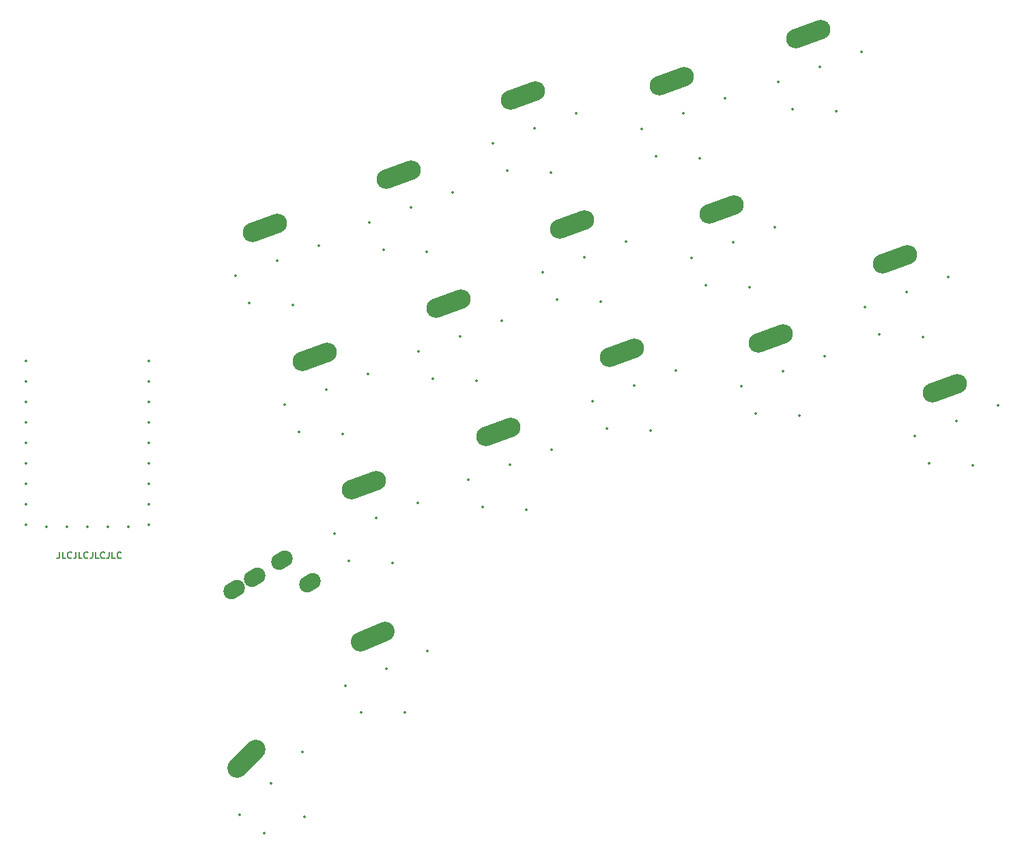
<source format=gto>
%TF.GenerationSoftware,KiCad,Pcbnew,(6.0.11)*%
%TF.CreationDate,2024-04-13T23:15:29+09:00*%
%TF.ProjectId,haqua34_right-bottom-plate,68617175-6133-4345-9f72-696768742d62,rev?*%
%TF.SameCoordinates,Original*%
%TF.FileFunction,Legend,Top*%
%TF.FilePolarity,Positive*%
%FSLAX46Y46*%
G04 Gerber Fmt 4.6, Leading zero omitted, Abs format (unit mm)*
G04 Created by KiCad (PCBNEW (6.0.11)) date 2024-04-13 23:15:29*
%MOMM*%
%LPD*%
G01*
G04 APERTURE LIST*
G04 Aperture macros list*
%AMHorizOval*
0 Thick line with rounded ends*
0 $1 width*
0 $2 $3 position (X,Y) of the first rounded end (center of the circle)*
0 $4 $5 position (X,Y) of the second rounded end (center of the circle)*
0 Add line between two ends*
20,1,$1,$2,$3,$4,$5,0*
0 Add two circle primitives to create the rounded ends*
1,1,$1,$2,$3*
1,1,$1,$4,$5*%
G04 Aperture macros list end*
%ADD10C,0.200000*%
%ADD11C,0.350000*%
%ADD12HorizOval,2.399999X-1.550493X-0.564333X1.550493X0.564333X0*%
%ADD13HorizOval,1.999999X0.341056X0.208999X-0.341056X-0.208999X0*%
%ADD14HorizOval,2.399999X-1.166726X-1.166726X1.166726X1.166726X0*%
%ADD15HorizOval,2.399999X-1.518833X-0.644706X1.518833X0.644706X0*%
G04 APERTURE END LIST*
D10*
X33454761Y-91861904D02*
X33454761Y-92433333D01*
X33416666Y-92547619D01*
X33340476Y-92623809D01*
X33226190Y-92661904D01*
X33149999Y-92661904D01*
X34216666Y-92661904D02*
X33835714Y-92661904D01*
X33835714Y-91861904D01*
X34940476Y-92585714D02*
X34902380Y-92623809D01*
X34788095Y-92661904D01*
X34711904Y-92661904D01*
X34597619Y-92623809D01*
X34521428Y-92547619D01*
X34483333Y-92471428D01*
X34445238Y-92319047D01*
X34445238Y-92204761D01*
X34483333Y-92052380D01*
X34521428Y-91976190D01*
X34597619Y-91900000D01*
X34711904Y-91861904D01*
X34788095Y-91861904D01*
X34902380Y-91900000D01*
X34940476Y-91938095D01*
X35511904Y-91861904D02*
X35511904Y-92433333D01*
X35473809Y-92547619D01*
X35397619Y-92623809D01*
X35283333Y-92661904D01*
X35207142Y-92661904D01*
X36273809Y-92661904D02*
X35892857Y-92661904D01*
X35892857Y-91861904D01*
X36997619Y-92585714D02*
X36959523Y-92623809D01*
X36845238Y-92661904D01*
X36769047Y-92661904D01*
X36654761Y-92623809D01*
X36578571Y-92547619D01*
X36540476Y-92471428D01*
X36502380Y-92319047D01*
X36502380Y-92204761D01*
X36540476Y-92052380D01*
X36578571Y-91976190D01*
X36654761Y-91900000D01*
X36769047Y-91861904D01*
X36845238Y-91861904D01*
X36959523Y-91900000D01*
X36997619Y-91938095D01*
X37569047Y-91861904D02*
X37569047Y-92433333D01*
X37530952Y-92547619D01*
X37454761Y-92623809D01*
X37340476Y-92661904D01*
X37264285Y-92661904D01*
X38330952Y-92661904D02*
X37950000Y-92661904D01*
X37950000Y-91861904D01*
X39054761Y-92585714D02*
X39016666Y-92623809D01*
X38902380Y-92661904D01*
X38826190Y-92661904D01*
X38711904Y-92623809D01*
X38635714Y-92547619D01*
X38597619Y-92471428D01*
X38559523Y-92319047D01*
X38559523Y-92204761D01*
X38597619Y-92052380D01*
X38635714Y-91976190D01*
X38711904Y-91900000D01*
X38826190Y-91861904D01*
X38902380Y-91861904D01*
X39016666Y-91900000D01*
X39054761Y-91938095D01*
X39626190Y-91861904D02*
X39626190Y-92433333D01*
X39588095Y-92547619D01*
X39511904Y-92623809D01*
X39397619Y-92661904D01*
X39321428Y-92661904D01*
X40388095Y-92661904D02*
X40007142Y-92661904D01*
X40007142Y-91861904D01*
X41111904Y-92585714D02*
X41073809Y-92623809D01*
X40959523Y-92661904D01*
X40883333Y-92661904D01*
X40769047Y-92623809D01*
X40692857Y-92547619D01*
X40654761Y-92471428D01*
X40616666Y-92319047D01*
X40616666Y-92204761D01*
X40654761Y-92052380D01*
X40692857Y-91976190D01*
X40769047Y-91900000D01*
X40883333Y-91861904D01*
X40959523Y-91861904D01*
X41073809Y-91900000D01*
X41111904Y-91938095D01*
D11*
X105683534Y-39363704D03*
D12*
X109375000Y-33425000D03*
D11*
X107453056Y-42763526D03*
X116020152Y-35601482D03*
X112869762Y-43026779D03*
X110851843Y-37482593D03*
X139556691Y-77481111D03*
X144725000Y-75600000D03*
D12*
X143248157Y-71542407D03*
D11*
X146742919Y-81144186D03*
X149893309Y-73718889D03*
X141326213Y-80880933D03*
D13*
X57651945Y-94983953D03*
X55094025Y-96551448D03*
X64535960Y-95691299D03*
X61062506Y-92893958D03*
D11*
X94417919Y-44844186D03*
X87231691Y-41181111D03*
X92400000Y-39300000D03*
X97568309Y-37418889D03*
D12*
X90923157Y-35242407D03*
D11*
X89001213Y-44580933D03*
X63567374Y-116664200D03*
D14*
X56625000Y-117500000D03*
D11*
X63850217Y-124725217D03*
X58829759Y-126775827D03*
X59678287Y-120553287D03*
X55789200Y-124442374D03*
D12*
X97075000Y-51225000D03*
D11*
X103720152Y-53401482D03*
X100569762Y-60826779D03*
X95153056Y-60563526D03*
X98551843Y-55282593D03*
X93383534Y-57163704D03*
D12*
X137050000Y-55575000D03*
D11*
X143695152Y-57751482D03*
X135128056Y-64913526D03*
X138526843Y-59632593D03*
X140544762Y-65176779D03*
X133358534Y-61513704D03*
X127776843Y-31682593D03*
X124378056Y-36963526D03*
X122608534Y-33563704D03*
D12*
X126300000Y-27625000D03*
D11*
X129794762Y-37226779D03*
X132945152Y-29801482D03*
X111856691Y-55356111D03*
D12*
X115548157Y-49417407D03*
D11*
X122193309Y-51593889D03*
X117025000Y-53475000D03*
X119042919Y-59019186D03*
X113626213Y-58755933D03*
X83176843Y-65107593D03*
X78008534Y-66988704D03*
X79778056Y-70388526D03*
X88345152Y-63226482D03*
X85194762Y-70651779D03*
D12*
X81700000Y-61050000D03*
D11*
X94520152Y-79176482D03*
X91369762Y-86601779D03*
X85953056Y-86338526D03*
X84183534Y-82938704D03*
X89351843Y-81057593D03*
D12*
X87875000Y-77000000D03*
D11*
X99558534Y-73138704D03*
X101328056Y-76538526D03*
D12*
X103250000Y-67200000D03*
D11*
X104726843Y-71257593D03*
X106744762Y-76801779D03*
X109895152Y-69376482D03*
X29284000Y-83430000D03*
X29284000Y-80890000D03*
X44524000Y-70730000D03*
X41984000Y-88713200D03*
X29284000Y-75810000D03*
X44524000Y-85970000D03*
X29284000Y-78350000D03*
X44524000Y-78350000D03*
X44524000Y-83430000D03*
X29284000Y-88510000D03*
X44524000Y-88510000D03*
X44524000Y-68190000D03*
X34364000Y-88713200D03*
X39444000Y-88713200D03*
X44524000Y-75810000D03*
X29284000Y-73270000D03*
X44524000Y-73270000D03*
X29284000Y-85970000D03*
X31824000Y-88713200D03*
X29284000Y-68190000D03*
X29284000Y-70730000D03*
X36904000Y-88713200D03*
X44524000Y-80890000D03*
X76305314Y-111780979D03*
X68937223Y-108499021D03*
X74000000Y-106350000D03*
X70882254Y-111801574D03*
X79062777Y-104200979D03*
D15*
X72312823Y-102375260D03*
D11*
X73626213Y-54405933D03*
X71856691Y-51006111D03*
X79042919Y-54669186D03*
X77025000Y-49125000D03*
X82193309Y-47243889D03*
D12*
X75548157Y-45067407D03*
D11*
X60425000Y-55725000D03*
X55256691Y-57606111D03*
X65593309Y-53843889D03*
X57026213Y-61005933D03*
D12*
X58948157Y-51667407D03*
D11*
X62442919Y-61269186D03*
X128345152Y-67551482D03*
X123176843Y-69432593D03*
X125194762Y-74976779D03*
X119778056Y-74713526D03*
D12*
X121700000Y-65375000D03*
D11*
X118008534Y-71313704D03*
X68594762Y-77251779D03*
X63178056Y-76988526D03*
X66576843Y-71707593D03*
D12*
X65100000Y-67650000D03*
D11*
X71745152Y-69826482D03*
X61408534Y-73588704D03*
X69328056Y-92963526D03*
X72726843Y-87682593D03*
X67558534Y-89563704D03*
X74744762Y-93226779D03*
X77895152Y-85801482D03*
D12*
X71250000Y-83625000D03*
M02*

</source>
